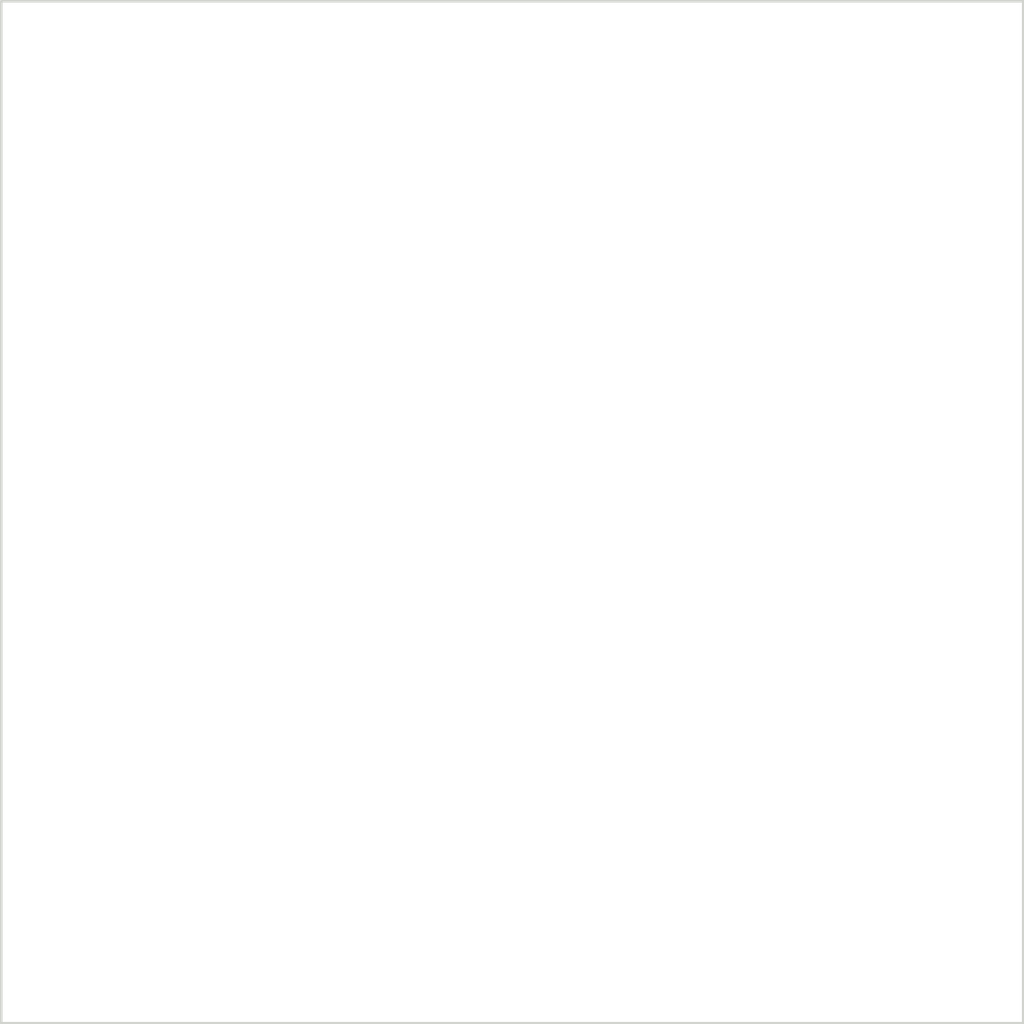
<source format=kicad_pcb>
(kicad_pcb (version 20241229) (generator "pcbnew") (generator_version "9.0")
  (general
  (thickness 1.6)
  (legacy_teardrops no))
  (paper "A4")
  (layers (0 "F.Cu" signal) (2 "B.Cu" signal) (9 "F.Adhes" user "F.Adhesive") (11 "B.Adhes" user "B.Adhesive") (13 "F.Paste" user) (15 "B.Paste" user) (5 "F.SilkS" user "F.Silkscreen") (7 "B.SilkS" user "B.Silkscreen") (1 "F.Mask" user) (3 "B.Mask" user) (17 "Dwgs.User" user "User.Drawings") (19 "Cmts.User" user "User.Comments") (21 "Eco1.User" user "User.Eco1") (23 "Eco2.User" user "User.Eco2") (25 "Edge.Cuts" user) (27 "Margin" user) (31 "F.CrtYd" user "F.Courtyard") (29 "B.CrtYd" user "B.Courtyard") (35 "F.Fab" user) (33 "B.Fab" user))
  (setup
  (pad_to_mask_clearance 0)
  (allow_soldermask_bridges_in_footprints no)
  (tenting front back)
  (pcbplotparams
    (layerselection "0x00000000_00000000_55555555_5755f5df")
    (plot_on_all_layers_selection "0x00000000_00000000_00000000_00000000")
    (disableapertmacros no)
    (usegerberextensions no)
    (usegerberattributes yes)
    (usegerberadvancedattributes yes)
    (creategerberjobfile yes)
    (dashed_line_dash_ratio 12.0)
    (dashed_line_gap_ratio 3.0)
    (svgprecision 4)
    (plotframeref no)
    (mode 1)
    (useauxorigin no)
    (hpglpennumber 1)
    (hpglpenspeed 20)
    (hpglpendiameter 15.0)
    (pdf_front_fp_property_popups yes)
    (pdf_back_fp_property_popups yes)
    (pdf_metadata yes)
    (pdf_single_document no)
    (dxfpolygonmode yes)
    (dxfimperialunits yes)
    (dxfusepcbnewfont yes)
    (psnegative no)
    (psa4output no)
    (plot_black_and_white yes)
    (plotinvisibletext no)
    (sketchpadsonfab no)
    (plotpadnumbers no)
    (hidednponfab no)
    (sketchdnponfab yes)
    (crossoutdnponfab yes)
    (subtractmaskfromsilk no)
    (outputformat 1)
    (mirror no)
    (drillshape 1)
    (scaleselection 1)
    (outputdirectory "")))
  (net 0 "")
  (net 1 "GND")
  (gr_rect
  (start 0 0)
  (end 20.0 20.0)
  (stroke (width 0.05) (type default))
  (fill no)
  (layer "Edge.Cuts")
  (uuid "2f58619e-e059-4de3-9f75-de205c98cfea"))
  (embedded_fonts no)
)
</source>
